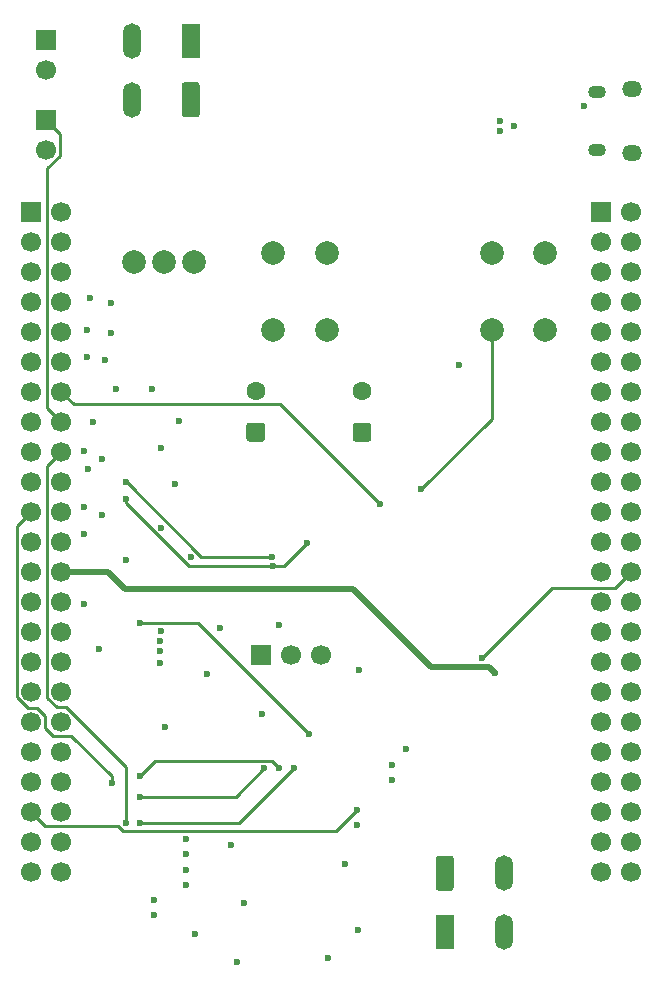
<source format=gbr>
G04 #@! TF.GenerationSoftware,KiCad,Pcbnew,9.0.6+1*
G04 #@! TF.CreationDate,2025-11-29T18:55:21+00:00*
G04 #@! TF.ProjectId,com4bbb,636f6d34-6262-4622-9e6b-696361645f70,0.2*
G04 #@! TF.SameCoordinates,Original*
G04 #@! TF.FileFunction,Copper,L2,Inr*
G04 #@! TF.FilePolarity,Positive*
%FSLAX46Y46*%
G04 Gerber Fmt 4.6, Leading zero omitted, Abs format (unit mm)*
G04 Created by KiCad (PCBNEW 9.0.6+1) date 2025-11-29 18:55:21*
%MOMM*%
%LPD*%
G01*
G04 APERTURE LIST*
G04 #@! TA.AperFunction,ComponentPad*
%ADD10R,1.700000X1.700000*%
G04 #@! TD*
G04 #@! TA.AperFunction,ComponentPad*
%ADD11C,1.700000*%
G04 #@! TD*
G04 #@! TA.AperFunction,ComponentPad*
%ADD12R,1.500000X3.000000*%
G04 #@! TD*
G04 #@! TA.AperFunction,ComponentPad*
%ADD13O,1.500000X3.000000*%
G04 #@! TD*
G04 #@! TA.AperFunction,ComponentPad*
%ADD14C,2.000000*%
G04 #@! TD*
G04 #@! TA.AperFunction,ComponentPad*
%ADD15C,1.600000*%
G04 #@! TD*
G04 #@! TA.AperFunction,HeatsinkPad*
%ADD16O,1.700000X1.350000*%
G04 #@! TD*
G04 #@! TA.AperFunction,HeatsinkPad*
%ADD17O,1.500000X1.100000*%
G04 #@! TD*
G04 #@! TA.AperFunction,ViaPad*
%ADD18C,0.600000*%
G04 #@! TD*
G04 #@! TA.AperFunction,Conductor*
%ADD19C,0.250000*%
G04 #@! TD*
G04 #@! TA.AperFunction,Conductor*
%ADD20C,0.500000*%
G04 #@! TD*
G04 APERTURE END LIST*
D10*
X164630100Y-62382400D03*
D11*
X167170100Y-62382400D03*
X164630100Y-64922400D03*
X167170100Y-64922400D03*
X164630100Y-67462400D03*
X167170100Y-67462400D03*
X164630100Y-70002400D03*
X167170100Y-70002400D03*
X164630100Y-72542400D03*
X167170100Y-72542400D03*
X164630100Y-75082400D03*
X167170100Y-75082400D03*
X164630100Y-77622400D03*
X167170100Y-77622400D03*
X164630100Y-80162400D03*
X167170100Y-80162400D03*
X164630100Y-82702400D03*
X167170100Y-82702400D03*
X164630100Y-85242400D03*
X167170100Y-85242400D03*
X164630100Y-87782400D03*
X167170100Y-87782400D03*
X164630100Y-90322400D03*
X167170100Y-90322400D03*
X164630100Y-92862400D03*
X167170100Y-92862400D03*
X164630100Y-95402400D03*
X167170100Y-95402400D03*
X164630100Y-97942400D03*
X167170100Y-97942400D03*
X164630100Y-100482400D03*
X167170100Y-100482400D03*
X164630100Y-103022400D03*
X167170100Y-103022400D03*
X164630100Y-105562400D03*
X167170100Y-105562400D03*
X164630100Y-108102400D03*
X167170100Y-108102400D03*
X164630100Y-110642400D03*
X167170100Y-110642400D03*
X164630100Y-113182400D03*
X167170100Y-113182400D03*
X164630100Y-115722400D03*
X167170100Y-115722400D03*
X164630100Y-118262400D03*
X167170100Y-118262400D03*
D10*
X116370100Y-62382400D03*
D11*
X118910100Y-62382400D03*
X116370100Y-64922400D03*
X118910100Y-64922400D03*
X116370100Y-67462400D03*
X118910100Y-67462400D03*
X116370100Y-70002400D03*
X118910100Y-70002400D03*
X116370100Y-72542400D03*
X118910100Y-72542400D03*
X116370100Y-75082400D03*
X118910100Y-75082400D03*
X116370100Y-77622400D03*
X118910100Y-77622400D03*
X116370100Y-80162400D03*
X118910100Y-80162400D03*
X116370100Y-82702400D03*
X118910100Y-82702400D03*
X116370100Y-85242400D03*
X118910100Y-85242400D03*
X116370100Y-87782400D03*
X118910100Y-87782400D03*
X116370100Y-90322400D03*
X118910100Y-90322400D03*
X116370100Y-92862400D03*
X118910100Y-92862400D03*
X116370100Y-95402400D03*
X118910100Y-95402400D03*
X116370100Y-97942400D03*
X118910100Y-97942400D03*
X116370100Y-100482400D03*
X118910100Y-100482400D03*
X116370100Y-103022400D03*
X118910100Y-103022400D03*
X116370100Y-105562400D03*
X118910100Y-105562400D03*
X116370100Y-108102400D03*
X118910100Y-108102400D03*
X116370100Y-110642400D03*
X118910100Y-110642400D03*
X116370100Y-113182400D03*
X118910100Y-113182400D03*
X116370100Y-115722400D03*
X118910100Y-115722400D03*
X116370100Y-118262400D03*
X118910100Y-118262400D03*
G04 #@! TA.AperFunction,ComponentPad*
G36*
G01*
X150620100Y-119632399D02*
X150620100Y-117132401D01*
G75*
G02*
X150870101Y-116882400I250001J0D01*
G01*
X151870099Y-116882400D01*
G75*
G02*
X152120100Y-117132401I0J-250001D01*
G01*
X152120100Y-119632399D01*
G75*
G02*
X151870099Y-119882400I-250001J0D01*
G01*
X150870101Y-119882400D01*
G75*
G02*
X150620100Y-119632399I0J250001D01*
G01*
G37*
G04 #@! TD.AperFunction*
D12*
X151370100Y-123382400D03*
D13*
X156370100Y-118382400D03*
X156370100Y-123382400D03*
D14*
X155370100Y-72382400D03*
X155370100Y-65882400D03*
X159870100Y-72382400D03*
X159870100Y-65882400D03*
X136870100Y-72382400D03*
X136870100Y-65882400D03*
X141370100Y-72382400D03*
X141370100Y-65882400D03*
G04 #@! TA.AperFunction,ComponentPad*
G36*
G01*
X130620100Y-51632401D02*
X130620100Y-54132399D01*
G75*
G02*
X130370099Y-54382400I-250001J0D01*
G01*
X129370101Y-54382400D01*
G75*
G02*
X129120100Y-54132399I0J250001D01*
G01*
X129120100Y-51632401D01*
G75*
G02*
X129370101Y-51382400I250001J0D01*
G01*
X130370099Y-51382400D01*
G75*
G02*
X130620100Y-51632401I0J-250001D01*
G01*
G37*
G04 #@! TD.AperFunction*
D12*
X129870100Y-47882400D03*
D13*
X124870100Y-52882400D03*
X124870100Y-47882400D03*
D14*
X130160100Y-66632400D03*
X127620100Y-66632400D03*
X125080100Y-66632400D03*
G04 #@! TA.AperFunction,ComponentPad*
G36*
G01*
X135920100Y-81835051D02*
X134820100Y-81835051D01*
G75*
G02*
X134570100Y-81585051I0J250000D01*
G01*
X134570100Y-80485051D01*
G75*
G02*
X134820100Y-80235051I250000J0D01*
G01*
X135920100Y-80235051D01*
G75*
G02*
X136170100Y-80485051I0J-250000D01*
G01*
X136170100Y-81585051D01*
G75*
G02*
X135920100Y-81835051I-250000J0D01*
G01*
G37*
G04 #@! TD.AperFunction*
D15*
X135370100Y-77535051D03*
D10*
X117620100Y-54607400D03*
D11*
X117620100Y-57147400D03*
D10*
X117620100Y-47857400D03*
D11*
X117620100Y-50397400D03*
G04 #@! TA.AperFunction,ComponentPad*
G36*
G01*
X144920100Y-81835051D02*
X143820100Y-81835051D01*
G75*
G02*
X143570100Y-81585051I0J250000D01*
G01*
X143570100Y-80485051D01*
G75*
G02*
X143820100Y-80235051I250000J0D01*
G01*
X144920100Y-80235051D01*
G75*
G02*
X145170100Y-80485051I0J-250000D01*
G01*
X145170100Y-81585051D01*
G75*
G02*
X144920100Y-81835051I-250000J0D01*
G01*
G37*
G04 #@! TD.AperFunction*
D15*
X144370100Y-77535051D03*
D16*
X167250100Y-57412400D03*
D17*
X164250100Y-57102400D03*
X164250100Y-52262400D03*
D16*
X167250100Y-51952400D03*
D10*
X135830100Y-99882400D03*
D11*
X138370100Y-99882400D03*
X140910100Y-99882400D03*
D18*
X133770100Y-125882400D03*
X122620100Y-74882400D03*
X130270100Y-123482400D03*
X129870100Y-91582400D03*
X121370100Y-69632400D03*
X128870100Y-80082400D03*
X128570100Y-85382400D03*
X123120100Y-70132400D03*
X127245100Y-99582400D03*
X163170100Y-53382400D03*
X148120100Y-107882400D03*
X120870100Y-95582400D03*
X144120100Y-101132400D03*
X120870100Y-82632400D03*
X120870100Y-87382400D03*
X135870100Y-104882400D03*
X121120100Y-72382400D03*
X141470100Y-125582400D03*
X120870100Y-89682400D03*
X124370100Y-91882400D03*
X123120100Y-72632400D03*
X134370100Y-120882400D03*
X121170100Y-84182400D03*
X121120100Y-74632400D03*
X132370100Y-97632400D03*
X157270100Y-55082400D03*
X133270100Y-115982400D03*
X122070100Y-99382400D03*
X121620100Y-80132400D03*
X137370100Y-97382400D03*
X142970100Y-117582400D03*
X152620100Y-75382400D03*
X127370100Y-97828400D03*
X127370100Y-82382400D03*
X127370100Y-89132400D03*
X149370100Y-85882400D03*
X124370100Y-114132400D03*
X123170099Y-110772399D03*
X143970100Y-114282400D03*
X139870100Y-106582400D03*
X125544100Y-97203400D03*
X124370100Y-86682400D03*
X136797652Y-92381928D03*
X139687042Y-90449342D03*
X136770100Y-91582400D03*
X124370100Y-85242400D03*
X125537012Y-110162188D03*
X137370100Y-109482400D03*
X155620100Y-101382400D03*
X143970100Y-112982400D03*
X154520336Y-100130796D03*
X129470100Y-115482400D03*
X127245100Y-98682400D03*
X129470100Y-118082400D03*
X127696100Y-105982400D03*
X131270100Y-101482400D03*
X129470100Y-116782400D03*
X127245100Y-100582400D03*
X129470100Y-119382400D03*
X122385100Y-88017400D03*
X122370100Y-83282400D03*
X123570100Y-77382400D03*
X126770100Y-121882400D03*
X126620100Y-77382400D03*
X126770100Y-120682400D03*
X144070100Y-123182400D03*
X138570100Y-109482400D03*
X125544100Y-114133400D03*
X125544100Y-111882400D03*
X136070100Y-109482400D03*
X146870100Y-109182400D03*
X156070100Y-54657400D03*
X156070100Y-55507400D03*
X146870100Y-110482400D03*
X145870100Y-87132400D03*
D19*
X149370100Y-85882400D02*
X155370100Y-79882400D01*
X155370100Y-79882400D02*
X155370100Y-72382400D01*
X124370100Y-114132400D02*
X124370100Y-109359284D01*
X117734100Y-103509516D02*
X117734100Y-83878400D01*
X118506984Y-104282400D02*
X117734100Y-103509516D01*
X119293216Y-104282400D02*
X118506984Y-104282400D01*
X117734100Y-83878400D02*
X118910100Y-82702400D01*
X124370100Y-109359284D02*
X119293216Y-104282400D01*
X115170100Y-103485516D02*
X115170100Y-88982400D01*
X123170099Y-110182399D02*
X119726100Y-106738400D01*
X116857216Y-104386400D02*
X116070984Y-104386400D01*
X123170099Y-110772399D02*
X123170099Y-110182399D01*
X116070984Y-104386400D02*
X115170100Y-103485516D01*
X117546100Y-105075284D02*
X116857216Y-104386400D01*
X115170100Y-88982400D02*
X116370100Y-87782400D01*
X117546100Y-106049516D02*
X117546100Y-105075284D01*
X118234984Y-106738400D02*
X117546100Y-106049516D01*
X119726100Y-106738400D02*
X118234984Y-106738400D01*
X130491100Y-97203400D02*
X139870100Y-106582400D01*
X125544100Y-97203400D02*
X130491100Y-97203400D01*
X136797652Y-92381928D02*
X137754456Y-92381928D01*
X129734330Y-92381928D02*
X124370100Y-87017698D01*
X136797652Y-92381928D02*
X129734330Y-92381928D01*
X137754456Y-92381928D02*
X139687042Y-90449342D01*
X124370100Y-87017698D02*
X124370100Y-86682400D01*
X136770100Y-91582400D02*
X130770100Y-91582400D01*
X124430100Y-85242400D02*
X124370100Y-85242400D01*
X130770100Y-91582400D02*
X124430100Y-85242400D01*
X125537012Y-110162188D02*
X126842800Y-108856400D01*
X126842800Y-108856400D02*
X136744100Y-108856400D01*
X136744100Y-108856400D02*
X137370100Y-109482400D01*
D20*
X150215149Y-100880796D02*
X155118496Y-100880796D01*
X155118496Y-100880796D02*
X155620100Y-101382400D01*
X118910100Y-92862400D02*
X122850100Y-92862400D01*
X143616753Y-94282400D02*
X150215149Y-100880796D01*
X122850100Y-92862400D02*
X124270100Y-94282400D01*
X124270100Y-94282400D02*
X143616753Y-94282400D01*
D19*
X124110802Y-114758400D02*
X142194100Y-114758400D01*
X142194100Y-114758400D02*
X143970100Y-112982400D01*
X117546100Y-114358400D02*
X123710802Y-114358400D01*
X123710802Y-114358400D02*
X124110802Y-114758400D01*
X116370100Y-113182400D02*
X117546100Y-114358400D01*
X154520336Y-100130796D02*
X160424732Y-94226400D01*
X160424732Y-94226400D02*
X165806100Y-94226400D01*
X165806100Y-94226400D02*
X167170100Y-92862400D01*
X118796100Y-55783400D02*
X118796100Y-57634516D01*
X117734100Y-58696516D02*
X117734100Y-78986400D01*
X118796100Y-57634516D02*
X117734100Y-58696516D01*
X117620100Y-54607400D02*
X118796100Y-55783400D01*
X117734100Y-78986400D02*
X118910100Y-80162400D01*
X133919100Y-114133400D02*
X138570100Y-109482400D01*
X125544100Y-114133400D02*
X133919100Y-114133400D01*
X125544100Y-111882400D02*
X133670100Y-111882400D01*
X133670100Y-111882400D02*
X136070100Y-109482400D01*
X137398751Y-78661051D02*
X145870100Y-87132400D01*
X118910100Y-77622400D02*
X119948751Y-78661051D01*
X119948751Y-78661051D02*
X137398751Y-78661051D01*
M02*

</source>
